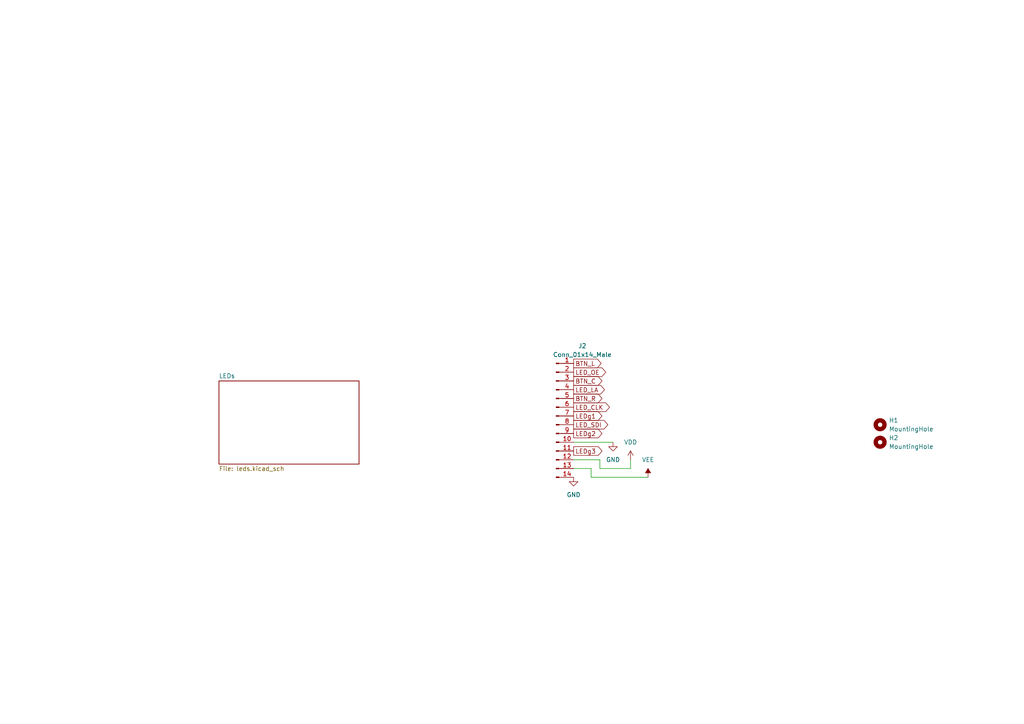
<source format=kicad_sch>
(kicad_sch (version 20231120) (generator "eeschema") (generator_version "8.0")
  (paper "A4")
  (lib_symbols
    (symbol "Connector:Conn_01x14_Male" (pin_names (offset 1.016) hide)
      (property "Reference" "J" (at 0 17.78 0))
      (property "Value" "Conn_01x14_Male" (at 0 -20.32 0))
      (symbol "Conn_01x14_Male_1_1"
        (polyline (pts (xy 1.27 -17.78) (xy 0.8636 -17.78)) (stroke (width 0.1524)))
        (polyline (pts (xy 1.27 -15.24) (xy 0.8636 -15.24)) (stroke (width 0.1524)))
        (polyline (pts (xy 1.27 -12.7) (xy 0.8636 -12.7)) (stroke (width 0.1524)))
        (polyline (pts (xy 1.27 -10.16) (xy 0.8636 -10.16)) (stroke (width 0.1524)))
        (polyline (pts (xy 1.27 -7.62) (xy 0.8636 -7.62)) (stroke (width 0.1524)))
        (polyline (pts (xy 1.27 -5.08) (xy 0.8636 -5.08)) (stroke (width 0.1524)))
        (polyline (pts (xy 1.27 -2.54) (xy 0.8636 -2.54)) (stroke (width 0.1524)))
        (polyline (pts (xy 1.27 0) (xy 0.8636 0)) (stroke (width 0.1524)))
        (polyline (pts (xy 1.27 2.54) (xy 0.8636 2.54)) (stroke (width 0.1524)))
        (polyline (pts (xy 1.27 5.08) (xy 0.8636 5.08)) (stroke (width 0.1524)))
        (polyline (pts (xy 1.27 7.62) (xy 0.8636 7.62)) (stroke (width 0.1524)))
        (polyline (pts (xy 1.27 10.16) (xy 0.8636 10.16)) (stroke (width 0.1524)))
        (polyline (pts (xy 1.27 12.7) (xy 0.8636 12.7)) (stroke (width 0.1524)))
        (polyline (pts (xy 1.27 15.24) (xy 0.8636 15.24)) (stroke (width 0.1524)))
        (rectangle (start 0.8636 -17.653) (end 0 -17.907) (stroke (width 0.1524)) (fill (type outline)))
        (rectangle (start 0.8636 -15.113) (end 0 -15.367) (stroke (width 0.1524)) (fill (type outline)))
        (rectangle (start 0.8636 -12.573) (end 0 -12.827) (stroke (width 0.1524)) (fill (type outline)))
        (rectangle (start 0.8636 -10.033) (end 0 -10.287) (stroke (width 0.1524)) (fill (type outline)))
        (rectangle (start 0.8636 -7.493) (end 0 -7.747) (stroke (width 0.1524)) (fill (type outline)))
        (rectangle (start 0.8636 -4.953) (end 0 -5.207) (stroke (width 0.1524)) (fill (type outline)))
        (rectangle (start 0.8636 -2.413) (end 0 -2.667) (stroke (width 0.1524)) (fill (type outline)))
        (rectangle (start 0.8636 0.127) (end 0 -0.127) (stroke (width 0.1524)) (fill (type outline)))
        (rectangle (start 0.8636 2.667) (end 0 2.413) (stroke (width 0.1524)) (fill (type outline)))
        (rectangle (start 0.8636 5.207) (end 0 4.953) (stroke (width 0.1524)) (fill (type outline)))
        (rectangle (start 0.8636 7.747) (end 0 7.493) (stroke (width 0.1524)) (fill (type outline)))
        (rectangle (start 0.8636 10.287) (end 0 10.033) (stroke (width 0.1524)) (fill (type outline)))
        (rectangle (start 0.8636 12.827) (end 0 12.573) (stroke (width 0.1524)) (fill (type outline)))
        (rectangle (start 0.8636 15.367) (end 0 15.113) (stroke (width 0.1524)) (fill (type outline)))
        (pin passive line (at 5.08 15.24 180) (length 3.81) (name "Pin_1") (number "1"))
        (pin passive line (at 5.08 -7.62 180) (length 3.81) (name "Pin_10") (number "10"))
        (pin passive line (at 5.08 -10.16 180) (length 3.81) (name "Pin_11") (number "11"))
        (pin passive line (at 5.08 -12.7 180) (length 3.81) (name "Pin_12") (number "12"))
        (pin passive line (at 5.08 -15.24 180) (length 3.81) (name "Pin_13") (number "13"))
        (pin passive line (at 5.08 -17.78 180) (length 3.81) (name "Pin_14") (number "14"))
        (pin passive line (at 5.08 12.7 180) (length 3.81) (name "Pin_2") (number "2"))
        (pin passive line (at 5.08 10.16 180) (length 3.81) (name "Pin_3") (number "3"))
        (pin passive line (at 5.08 7.62 180) (length 3.81) (name "Pin_4") (number "4"))
        (pin passive line (at 5.08 5.08 180) (length 3.81) (name "Pin_5") (number "5"))
        (pin passive line (at 5.08 2.54 180) (length 3.81) (name "Pin_6") (number "6"))
        (pin passive line (at 5.08 0 180) (length 3.81) (name "Pin_7") (number "7"))
        (pin passive line (at 5.08 -2.54 180) (length 3.81) (name "Pin_8") (number "8"))
        (pin passive line (at 5.08 -5.08 180) (length 3.81) (name "Pin_9") (number "9"))
      )
    )
    (symbol "Mechanical:MountingHole" (pin_names (offset 1.016))
      (property "Reference" "H" (at 0 5.08 0))
      (property "Value" "MountingHole" (at 0 3.175 0))
      (symbol "MountingHole_0_1"
        (circle (center 0 0) (radius 1.27) (stroke (width 1.27)))
      )
    )
    (symbol "power:GND" (power) (pin_names (offset 0))
      (property "Value" "GND" (at 0 -3.81 0))
      (symbol "GND_0_1"
        (polyline (pts (xy 0 0) (xy 0 -1.27) (xy 1.27 -1.27) (xy 0 -2.54) (xy -1.27 -1.27) (xy 0 -1.27)))
      )
      (symbol "GND_1_1"
        (pin power_in line (at 0 0 270) (length 0) hide (name "GND") (number "1"))
      )
    )
    (symbol "power:VDD" (power) (pin_names (offset 0))
      (property "Value" "VDD" (at 0 3.81 0))
      (symbol "VDD_0_1"
        (polyline (pts (xy -0.762 1.27) (xy 0 2.54)))
        (polyline (pts (xy 0 0) (xy 0 2.54)))
        (polyline (pts (xy 0 2.54) (xy 0.762 1.27)))
      )
      (symbol "VDD_1_1"
        (pin power_in line (at 0 0 90) (length 0) hide (name "VDD") (number "1"))
      )
    )
    (symbol "power:VEE" (power) (pin_names (offset 0))
      (property "Value" "VEE" (at 0 3.81 0))
      (symbol "VEE_0_1"
        (polyline (pts (xy 0 0) (xy 0 2.54)))
        (polyline (pts (xy 0.762 1.27) (xy -0.762 1.27) (xy 0 2.54) (xy 0.762 1.27)) (fill (type outline)))
      )
      (symbol "VEE_1_1"
        (pin power_in line (at 0 0 90) (length 0) hide (name "VEE") (number "1"))
      )
    )
  )
  (wire (pts (xy 166.37 133.35) (xy 173.99 133.35)))
  (wire (pts (xy 182.88 133.35) (xy 182.88 135.89)))
  (wire (pts (xy 173.99 133.35) (xy 173.99 135.89)))
  (wire (pts (xy 166.37 135.89) (xy 171.45 135.89)))
  (wire (pts (xy 166.37 128.27) (xy 177.8 128.27)))
  (wire (pts (xy 171.45 138.43) (xy 187.96 138.43)))
  (wire (pts (xy 171.45 135.89) (xy 171.45 138.43)))
  (wire (pts (xy 173.99 135.89) (xy 182.88 135.89)))
  (global_label "LEDg3" (shape output) (at 166.37 130.81 0) (property "Intersheetrefs" "${INTERSHEET_REFS}" (effects (hide yes))))
  (global_label "LED_SDI" (shape output) (at 166.37 123.19 0) (property "Intersheetrefs" "${INTERSHEET_REFS}" (effects (hide yes))))
  (global_label "LEDg1" (shape output) (at 166.37 120.65 0) (property "Intersheetrefs" "${INTERSHEET_REFS}" (effects (hide yes))))
  (global_label "BTN_C" (shape output) (at 166.37 110.49 0) (property "Intersheetrefs" "${INTERSHEET_REFS}" (effects (hide yes))))
  (global_label "LED_LA" (shape output) (at 166.37 113.03 0) (property "Intersheetrefs" "${INTERSHEET_REFS}" (effects (hide yes))))
  (global_label "LEDg2" (shape output) (at 166.37 125.73 0) (property "Intersheetrefs" "${INTERSHEET_REFS}" (effects (hide yes))))
  (global_label "LED_CLK" (shape output) (at 166.37 118.11 0) (property "Intersheetrefs" "${INTERSHEET_REFS}" (effects (hide yes))))
  (global_label "BTN_L" (shape output) (at 166.37 105.41 0) (property "Intersheetrefs" "${INTERSHEET_REFS}" (effects (hide yes))))
  (global_label "LED_OE" (shape output) (at 166.37 107.95 0) (property "Intersheetrefs" "${INTERSHEET_REFS}" (effects (hide yes))))
  (global_label "BTN_R" (shape output) (at 166.37 115.57 0) (property "Intersheetrefs" "${INTERSHEET_REFS}" (effects (hide yes))))
  (symbol (lib_id "power:VEE") (at 187.96 138.43 0) (unit 1)
    (property "Reference" "#PWR0101" (effects (hide yes)))
    (property "Value" "VEE" (at 187.96 133.35 0))
  )
  (symbol (lib_id "Mechanical:MountingHole") (at 255.27 128.27 0) (unit 1)
    (property "Reference" "H2" (at 257.81 126.9999 0) (effects (justify left)))
    (property "Value" "MountingHole" (at 257.81 129.5399 0) (effects (justify left)))
    (property "Footprint" "MountingHole:MountingHole_2.5mm" (effects (hide yes)))
  )
  (symbol (lib_id "power:GND") (at 166.37 138.43 0) (unit 1)
    (property "Reference" "#PWR0104" (effects (hide yes)))
    (property "Value" "GND" (at 166.37 143.51 0))
  )
  (symbol (lib_id "Connector:Conn_01x14_Male") (at 161.29 120.65 0) (unit 1)
    (property "Reference" "J2" (at 168.91 100.33 0))
    (property "Value" "Conn_01x14_Male" (at 168.91 102.87 0))
    (property "Footprint" "Connector_PinHeader_1.27mm:PinHeader_2x07_P1.27mm_Vertical_SMD" (effects (hide yes)))
  )
  (symbol (lib_id "power:VDD") (at 182.88 133.35 0) (unit 1)
    (property "Reference" "#PWR0103" (effects (hide yes)))
    (property "Value" "VDD" (at 182.88 128.27 0))
  )
  (symbol (lib_id "Mechanical:MountingHole") (at 255.27 123.19 0) (unit 1)
    (property "Reference" "H1" (at 257.81 121.9199 0) (effects (justify left)))
    (property "Value" "MountingHole" (at 257.81 124.4599 0) (effects (justify left)))
    (property "Footprint" "MountingHole:MountingHole_2.5mm" (effects (hide yes)))
  )
  (symbol (lib_id "power:GND") (at 177.8 128.27 0) (unit 1)
    (property "Reference" "#PWR0102" (effects (hide yes)))
    (property "Value" "GND" (at 177.8 133.35 0))
  )
  (sheet (at 63.5 110.49) (size 40.64 24.13) (stroke (width 0.1524))
    (property "Sheetname" "LEDs" (at 63.5 109.7784 0) (effects (justify left bottom)))
    (property "Sheetfile" "leds.kicad_sch" (at 63.5 135.2046 0) (effects (justify left top)))
  )
)
</source>
